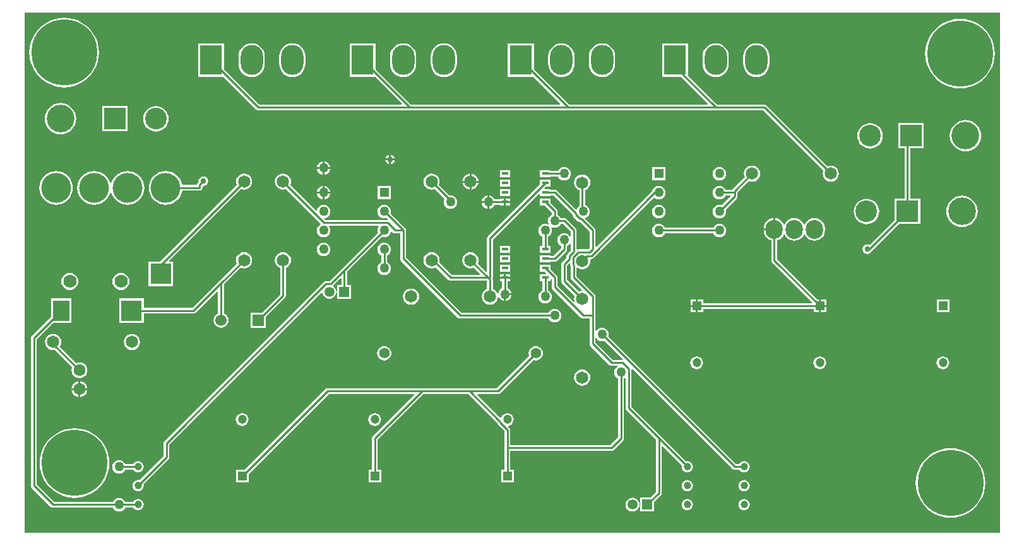
<source format=gtl>
G04 Layer_Physical_Order=1*
G04 Layer_Color=255*
%FSLAX25Y25*%
%MOIN*%
G70*
G01*
G75*
%ADD10R,0.03543X0.01772*%
%ADD11C,0.03000*%
%ADD12R,0.11024X0.11024*%
%ADD13R,0.08661X0.11000*%
%ADD14C,0.01000*%
%ADD15C,0.05512*%
%ADD16C,0.05000*%
%ADD17R,0.05000X0.05000*%
%ADD18C,0.03937*%
%ADD19C,0.06299*%
%ADD20C,0.06496*%
%ADD21C,0.04724*%
%ADD22R,0.04724X0.04724*%
%ADD23C,0.05906*%
%ADD24R,0.05906X0.05906*%
%ADD25R,0.05315X0.05315*%
%ADD26C,0.05315*%
%ADD27C,0.07000*%
%ADD28C,0.34724*%
%ADD29R,0.11811X0.15748*%
%ADD30O,0.11811X0.15748*%
%ADD31C,0.11417*%
%ADD32R,0.11417X0.11417*%
%ADD33C,0.14567*%
%ADD34C,0.15748*%
%ADD35O,0.09055X0.10000*%
G36*
X615000Y225000D02*
X100000D01*
Y500000D01*
X615000D01*
Y225000D01*
D02*
G37*
%LPC*%
G36*
X353240Y361886D02*
X350969D01*
Y360500D01*
X353240D01*
Y361886D01*
D02*
G37*
G36*
X151000Y362539D02*
X149825Y362384D01*
X148731Y361931D01*
X147791Y361209D01*
X147069Y360269D01*
X146616Y359175D01*
X146461Y358000D01*
X146616Y356825D01*
X147069Y355731D01*
X147791Y354791D01*
X148731Y354069D01*
X149825Y353616D01*
X151000Y353461D01*
X152175Y353616D01*
X153269Y354069D01*
X154209Y354791D01*
X154931Y355731D01*
X155384Y356825D01*
X155539Y358000D01*
X155384Y359175D01*
X154931Y360269D01*
X154209Y361209D01*
X153269Y361931D01*
X152175Y362384D01*
X151000Y362539D01*
D02*
G37*
G36*
X124000D02*
X122825Y362384D01*
X121731Y361931D01*
X120791Y361209D01*
X120069Y360269D01*
X119616Y359175D01*
X119461Y358000D01*
X119616Y356825D01*
X120069Y355731D01*
X120791Y354791D01*
X121731Y354069D01*
X122825Y353616D01*
X124000Y353461D01*
X125175Y353616D01*
X126269Y354069D01*
X127209Y354791D01*
X127931Y355731D01*
X128384Y356825D01*
X128539Y358000D01*
X128384Y359175D01*
X127931Y360269D01*
X127209Y361209D01*
X126269Y361931D01*
X125175Y362384D01*
X124000Y362539D01*
D02*
G37*
G36*
X356512Y366886D02*
X350969D01*
Y363114D01*
X356512D01*
Y366886D01*
D02*
G37*
G36*
X290000Y378530D02*
X289086Y378410D01*
X288235Y378057D01*
X287504Y377496D01*
X286943Y376765D01*
X286590Y375914D01*
X286470Y375000D01*
X286590Y374086D01*
X286943Y373235D01*
X287504Y372504D01*
X288235Y371943D01*
X288471Y371845D01*
Y368155D01*
X288235Y368057D01*
X287504Y367496D01*
X286943Y366765D01*
X286590Y365914D01*
X286470Y365000D01*
X286590Y364086D01*
X286943Y363235D01*
X287504Y362504D01*
X288235Y361943D01*
X289086Y361590D01*
X290000Y361470D01*
X290914Y361590D01*
X291765Y361943D01*
X292496Y362504D01*
X293057Y363235D01*
X293410Y364086D01*
X293530Y365000D01*
X293410Y365914D01*
X293057Y366765D01*
X292496Y367496D01*
X291765Y368057D01*
X291529Y368155D01*
Y371845D01*
X291765Y371943D01*
X292496Y372504D01*
X293057Y373235D01*
X293410Y374086D01*
X293530Y375000D01*
X293410Y375914D01*
X293057Y376765D01*
X292496Y377496D01*
X291765Y378057D01*
X290914Y378410D01*
X290000Y378530D01*
D02*
G37*
G36*
X356512Y361886D02*
X354240D01*
Y360500D01*
X356512D01*
Y361886D01*
D02*
G37*
G36*
X454500Y348362D02*
X451638D01*
Y345500D01*
X454500D01*
Y348362D01*
D02*
G37*
G36*
X588362D02*
X581638D01*
Y341638D01*
X588362D01*
Y348362D01*
D02*
G37*
G36*
X523362Y344500D02*
X520500D01*
Y341638D01*
X523362D01*
Y344500D01*
D02*
G37*
G36*
X357205Y350760D02*
X354240D01*
Y347796D01*
X354654Y347850D01*
X355505Y348203D01*
X356236Y348764D01*
X356797Y349495D01*
X357150Y350346D01*
X357205Y350760D01*
D02*
G37*
G36*
X304232Y354285D02*
X303123Y354139D01*
X302090Y353711D01*
X301203Y353030D01*
X300522Y352142D01*
X300094Y351109D01*
X299948Y350000D01*
X300094Y348891D01*
X300522Y347858D01*
X301203Y346970D01*
X302090Y346289D01*
X303123Y345861D01*
X304232Y345715D01*
X305341Y345861D01*
X306375Y346289D01*
X307262Y346970D01*
X307943Y347858D01*
X308371Y348891D01*
X308517Y350000D01*
X308371Y351109D01*
X307943Y352142D01*
X307262Y353030D01*
X306375Y353711D01*
X305341Y354139D01*
X304232Y354285D01*
D02*
G37*
G36*
X523362Y348362D02*
X520500D01*
Y345500D01*
X523362D01*
Y348362D01*
D02*
G37*
G36*
X517130Y391548D02*
X515687Y391358D01*
X514342Y390801D01*
X513188Y389915D01*
X512302Y388760D01*
X512065Y388189D01*
X511565D01*
X511328Y388760D01*
X510442Y389915D01*
X509288Y390801D01*
X507943Y391358D01*
X506500Y391548D01*
X505057Y391358D01*
X503712Y390801D01*
X502558Y389915D01*
X501672Y388760D01*
X501435Y388189D01*
X500935D01*
X500698Y388760D01*
X499812Y389915D01*
X498658Y390801D01*
X497313Y391358D01*
X496370Y391482D01*
Y385500D01*
X495870D01*
Y385000D01*
X490298D01*
X490485Y383585D01*
X491042Y382240D01*
X491928Y381085D01*
X493082Y380199D01*
X494341Y379678D01*
Y369130D01*
X494457Y368545D01*
X494789Y368049D01*
X515846Y346991D01*
X515654Y346529D01*
X458362D01*
Y348362D01*
X455500D01*
Y345000D01*
Y341638D01*
X458362D01*
Y343471D01*
X516638D01*
Y341638D01*
X519500D01*
Y345000D01*
Y348362D01*
X518801D01*
X497400Y369763D01*
Y379678D01*
X498658Y380199D01*
X499812Y381085D01*
X500698Y382240D01*
X500935Y382811D01*
X501435D01*
X501672Y382240D01*
X502558Y381085D01*
X503712Y380199D01*
X505057Y379642D01*
X506500Y379452D01*
X507943Y379642D01*
X509288Y380199D01*
X510442Y381085D01*
X511328Y382240D01*
X511565Y382811D01*
X512065D01*
X512302Y382240D01*
X513188Y381085D01*
X514342Y380199D01*
X515687Y379642D01*
X517130Y379452D01*
X518573Y379642D01*
X519918Y380199D01*
X521072Y381085D01*
X521958Y382240D01*
X522515Y383585D01*
X522705Y385028D01*
Y385972D01*
X522515Y387415D01*
X521958Y388760D01*
X521072Y389915D01*
X519918Y390801D01*
X518573Y391358D01*
X517130Y391548D01*
D02*
G37*
G36*
X595000Y403324D02*
X593376Y403164D01*
X591815Y402690D01*
X590376Y401921D01*
X589114Y400886D01*
X588079Y399624D01*
X587310Y398185D01*
X586836Y396624D01*
X586677Y395000D01*
X586836Y393376D01*
X587310Y391815D01*
X588079Y390376D01*
X589114Y389114D01*
X590376Y388079D01*
X591815Y387310D01*
X593376Y386836D01*
X595000Y386677D01*
X596624Y386836D01*
X598185Y387310D01*
X599624Y388079D01*
X600886Y389114D01*
X601921Y390376D01*
X602690Y391815D01*
X603164Y393376D01*
X603324Y395000D01*
X603164Y396624D01*
X602690Y398185D01*
X601921Y399624D01*
X600886Y400886D01*
X599624Y401921D01*
X598185Y402690D01*
X596624Y403164D01*
X595000Y403324D01*
D02*
G37*
G36*
X467000Y388530D02*
X466086Y388410D01*
X465235Y388057D01*
X464504Y387496D01*
X463943Y386765D01*
X463845Y386529D01*
X438155D01*
X438057Y386765D01*
X437496Y387496D01*
X436765Y388057D01*
X435914Y388410D01*
X435000Y388530D01*
X434086Y388410D01*
X433235Y388057D01*
X432504Y387496D01*
X431943Y386765D01*
X431590Y385914D01*
X431470Y385000D01*
X431590Y384086D01*
X431943Y383235D01*
X432504Y382504D01*
X433235Y381943D01*
X434086Y381590D01*
X435000Y381470D01*
X435914Y381590D01*
X436765Y381943D01*
X437496Y382504D01*
X438057Y383235D01*
X438155Y383471D01*
X463845D01*
X463943Y383235D01*
X464504Y382504D01*
X465235Y381943D01*
X466086Y381590D01*
X467000Y381470D01*
X467914Y381590D01*
X468765Y381943D01*
X469496Y382504D01*
X470057Y383235D01*
X470410Y384086D01*
X470530Y385000D01*
X470410Y385914D01*
X470057Y386765D01*
X469496Y387496D01*
X468765Y388057D01*
X467914Y388410D01*
X467000Y388530D01*
D02*
G37*
G36*
X394500Y414552D02*
X393391Y414406D01*
X392358Y413978D01*
X391470Y413297D01*
X390789Y412410D01*
X390361Y411377D01*
X390215Y410268D01*
X390361Y409159D01*
X390789Y408125D01*
X391470Y407238D01*
X392358Y406557D01*
X392971Y406303D01*
Y397854D01*
X392504Y397496D01*
X391943Y396765D01*
X391697Y396173D01*
X391128Y396035D01*
X381081Y406081D01*
X380585Y406413D01*
X380000Y406529D01*
X377772D01*
Y406886D01*
X374702D01*
X374511Y407348D01*
X375277Y408114D01*
X377772D01*
Y411886D01*
X372228D01*
Y409391D01*
X344686Y381849D01*
X344355Y381353D01*
X344238Y380768D01*
Y363310D01*
X343776Y363119D01*
X339385Y367510D01*
X339639Y368123D01*
X339785Y369232D01*
X339639Y370341D01*
X339211Y371375D01*
X338530Y372262D01*
X337642Y372943D01*
X336609Y373371D01*
X335500Y373517D01*
X334391Y373371D01*
X333358Y372943D01*
X332470Y372262D01*
X331789Y371375D01*
X331361Y370341D01*
X331215Y369232D01*
X331361Y368123D01*
X331789Y367090D01*
X332470Y366203D01*
X333358Y365522D01*
X334391Y365094D01*
X335500Y364948D01*
X336609Y365094D01*
X337222Y365348D01*
X340578Y361991D01*
X340387Y361529D01*
X325634D01*
X319110Y368053D01*
X319139Y368123D01*
X319285Y369232D01*
X319139Y370341D01*
X318711Y371375D01*
X318030Y372262D01*
X317142Y372943D01*
X316109Y373371D01*
X315000Y373517D01*
X313891Y373371D01*
X312858Y372943D01*
X311970Y372262D01*
X311289Y371375D01*
X310861Y370341D01*
X310715Y369232D01*
X310861Y368123D01*
X311289Y367090D01*
X311970Y366203D01*
X312858Y365522D01*
X313891Y365094D01*
X315000Y364948D01*
X316109Y365094D01*
X317142Y365522D01*
X317240Y365597D01*
X323919Y358919D01*
X324415Y358587D01*
X325000Y358471D01*
X344099D01*
X344238Y358331D01*
Y353964D01*
X343625Y353711D01*
X342738Y353030D01*
X342057Y352142D01*
X341629Y351109D01*
X341483Y350000D01*
X341629Y348891D01*
X342057Y347858D01*
X342738Y346970D01*
X343625Y346289D01*
X344659Y345861D01*
X345768Y345715D01*
X346877Y345861D01*
X347910Y346289D01*
X348797Y346970D01*
X349478Y347858D01*
X349906Y348891D01*
X350024Y349780D01*
X350537Y349848D01*
X350683Y349495D01*
X351244Y348764D01*
X351975Y348203D01*
X352826Y347850D01*
X353240Y347796D01*
Y351260D01*
X353740D01*
Y351760D01*
X357205D01*
X357150Y352173D01*
X356797Y353025D01*
X356236Y353756D01*
X355505Y354317D01*
X355270Y354415D01*
Y358114D01*
X356512D01*
Y359500D01*
X353740D01*
X350969D01*
Y358114D01*
X352211D01*
Y354415D01*
X351975Y354317D01*
X351244Y353756D01*
X350683Y353025D01*
X350330Y352173D01*
X350252Y351581D01*
X349739Y351513D01*
X349478Y352142D01*
X348797Y353030D01*
X347910Y353711D01*
X347297Y353964D01*
Y358965D01*
X347194Y359482D01*
X347297Y360000D01*
Y380134D01*
X371766Y404603D01*
X372228Y404412D01*
Y403114D01*
X377772D01*
Y403471D01*
X379366D01*
X389471Y393367D01*
Y393343D01*
X389587Y392758D01*
X389919Y392262D01*
X392262Y389919D01*
X392758Y389587D01*
X393343Y389471D01*
X393367D01*
X398471Y384366D01*
Y375634D01*
X397847Y375010D01*
X392533D01*
X392029Y374909D01*
X391529Y375156D01*
Y385000D01*
X391413Y385585D01*
X391081Y386081D01*
X386081Y391081D01*
X385585Y391413D01*
X385000Y391529D01*
X383155D01*
X383057Y391765D01*
X382496Y392496D01*
X381765Y393057D01*
X381529Y393155D01*
Y395000D01*
X381413Y395585D01*
X381081Y396081D01*
X377772Y399391D01*
Y401886D01*
X372228D01*
Y398114D01*
X374723D01*
X378471Y394367D01*
Y393155D01*
X378235Y393057D01*
X377504Y392496D01*
X376943Y391765D01*
X376590Y390914D01*
X376470Y390000D01*
X376590Y389086D01*
X376798Y388585D01*
X376415Y388202D01*
X375914Y388410D01*
X375000Y388530D01*
X374086Y388410D01*
X373235Y388057D01*
X372504Y387496D01*
X371943Y386765D01*
X371590Y385914D01*
X371470Y385000D01*
X371590Y384086D01*
X371943Y383235D01*
X372504Y382504D01*
X373235Y381943D01*
X373471Y381845D01*
Y376886D01*
X372228D01*
Y373114D01*
X377772D01*
Y376886D01*
X376529D01*
Y381845D01*
X376765Y381943D01*
X377496Y382504D01*
X378057Y383235D01*
X378410Y384086D01*
X378530Y385000D01*
X378410Y385914D01*
X378202Y386415D01*
X378585Y386798D01*
X379086Y386590D01*
X380000Y386470D01*
X380914Y386590D01*
X381765Y386943D01*
X382496Y387504D01*
X383057Y388235D01*
X383155Y388471D01*
X384366D01*
X388471Y384366D01*
Y382007D01*
X387971Y381878D01*
X387496Y382496D01*
X386765Y383057D01*
X385914Y383410D01*
X385000Y383530D01*
X384086Y383410D01*
X383235Y383057D01*
X382504Y382496D01*
X381943Y381765D01*
X381590Y380914D01*
X381470Y380000D01*
X381590Y379086D01*
X381943Y378235D01*
X382504Y377504D01*
X383235Y376943D01*
X383471Y376845D01*
Y375634D01*
X379366Y371529D01*
X377772D01*
Y371886D01*
X372228D01*
Y368114D01*
X377772D01*
Y368471D01*
X380000D01*
X380585Y368587D01*
X381081Y368919D01*
X386081Y373919D01*
X386413Y374415D01*
X386529Y375000D01*
Y376845D01*
X386765Y376943D01*
X387496Y377504D01*
X387971Y378122D01*
X388471Y377993D01*
Y374409D01*
X386670Y372609D01*
X386339Y372113D01*
X386223Y371527D01*
Y370557D01*
X383919Y368253D01*
X383587Y367757D01*
X383471Y367172D01*
Y358268D01*
X383587Y357682D01*
X383919Y357186D01*
X390615Y350490D01*
X390361Y349877D01*
X390215Y348768D01*
X390361Y347659D01*
X390467Y347403D01*
X390043Y347119D01*
X381529Y355633D01*
Y360000D01*
X381413Y360585D01*
X381081Y361081D01*
X377772Y364391D01*
Y366886D01*
X372228D01*
Y363114D01*
X374723D01*
X375489Y362348D01*
X375298Y361886D01*
X372228D01*
Y358114D01*
X373471D01*
Y353155D01*
X373235Y353057D01*
X372504Y352496D01*
X371943Y351765D01*
X371590Y350914D01*
X371470Y350000D01*
X371590Y349086D01*
X371943Y348235D01*
X372504Y347504D01*
X373235Y346943D01*
X374086Y346590D01*
X375000Y346470D01*
X375914Y346590D01*
X376765Y346943D01*
X377496Y347504D01*
X378057Y348235D01*
X378410Y349086D01*
X378530Y350000D01*
X378410Y350914D01*
X378057Y351765D01*
X377496Y352496D01*
X376765Y353057D01*
X376529Y353155D01*
Y358114D01*
X377772D01*
Y359093D01*
X378272Y359340D01*
X378471Y359187D01*
Y355000D01*
X378587Y354415D01*
X378919Y353919D01*
X393919Y338919D01*
X394415Y338587D01*
X395000Y338471D01*
X398471D01*
Y325000D01*
X398587Y324415D01*
X398919Y323919D01*
X408919Y313919D01*
X409415Y313587D01*
X410000Y313471D01*
X412993D01*
X413122Y312971D01*
X412504Y312496D01*
X411943Y311765D01*
X411590Y310914D01*
X411470Y310000D01*
X411590Y309086D01*
X411943Y308235D01*
X412504Y307504D01*
X413235Y306943D01*
X413471Y306845D01*
Y275634D01*
X409367Y271529D01*
X356529D01*
Y279538D01*
X356413Y280123D01*
X356081Y280620D01*
X355481Y281220D01*
X355642Y281693D01*
X355878Y281724D01*
X356696Y282063D01*
X357398Y282602D01*
X357937Y283304D01*
X358276Y284122D01*
X358391Y285000D01*
X358276Y285878D01*
X357937Y286696D01*
X357398Y287398D01*
X356696Y287937D01*
X355878Y288276D01*
X355000Y288391D01*
X354122Y288276D01*
X353304Y287937D01*
X352602Y287398D01*
X352063Y286696D01*
X351803Y286067D01*
X351262Y285900D01*
X339154Y298009D01*
X339346Y298471D01*
X350000D01*
X350585Y298587D01*
X351081Y298919D01*
X368655Y316492D01*
X369020Y316341D01*
X370000Y316212D01*
X370981Y316341D01*
X371894Y316719D01*
X372679Y317321D01*
X373281Y318106D01*
X373659Y319020D01*
X373788Y320000D01*
X373659Y320981D01*
X373281Y321894D01*
X372679Y322679D01*
X371894Y323281D01*
X370981Y323659D01*
X370000Y323788D01*
X369020Y323659D01*
X368106Y323281D01*
X367321Y322679D01*
X366719Y321894D01*
X366341Y320981D01*
X366212Y320000D01*
X366341Y319020D01*
X366492Y318655D01*
X349366Y301529D01*
X260000D01*
X259415Y301413D01*
X258919Y301081D01*
X216199Y258362D01*
X211638D01*
Y251638D01*
X218362D01*
Y256199D01*
X260633Y298471D01*
X305654D01*
X305846Y298009D01*
X283919Y276081D01*
X283587Y275585D01*
X283471Y275000D01*
Y258362D01*
X281638D01*
Y251638D01*
X288362D01*
Y258362D01*
X286529D01*
Y274366D01*
X310633Y298471D01*
X334366D01*
X349651Y283186D01*
X349725Y282815D01*
X350056Y282319D01*
X353471Y278905D01*
Y270000D01*
Y258362D01*
X351638D01*
Y251638D01*
X358362D01*
Y258362D01*
X356529D01*
Y268471D01*
X410000D01*
X410585Y268587D01*
X411081Y268919D01*
X416081Y273919D01*
X416413Y274415D01*
X416529Y275000D01*
Y306845D01*
X416765Y306943D01*
X417022Y307140D01*
X417471Y306919D01*
Y291000D01*
X417587Y290415D01*
X417919Y289919D01*
X433471Y274366D01*
Y246696D01*
X430432Y243657D01*
X425280D01*
Y236343D01*
X432594D01*
Y241495D01*
X436081Y244982D01*
X436413Y245478D01*
X436529Y246063D01*
Y270654D01*
X436991Y270846D01*
X447103Y260735D01*
X447006Y260000D01*
X447108Y259225D01*
X447407Y258503D01*
X447883Y257883D01*
X448503Y257407D01*
X449225Y257108D01*
X450000Y257006D01*
X450775Y257108D01*
X451497Y257407D01*
X452117Y257883D01*
X452593Y258503D01*
X452892Y259225D01*
X452994Y260000D01*
X452892Y260775D01*
X452593Y261497D01*
X452117Y262117D01*
X451497Y262593D01*
X450775Y262892D01*
X450000Y262994D01*
X449265Y262897D01*
X436081Y276081D01*
X420529Y291634D01*
Y311601D01*
X420661Y311706D01*
X421004Y311833D01*
X473919Y258919D01*
X474415Y258587D01*
X475000Y258471D01*
X477432D01*
X477883Y257883D01*
X478503Y257407D01*
X479225Y257108D01*
X480000Y257006D01*
X480775Y257108D01*
X481497Y257407D01*
X482117Y257883D01*
X482593Y258503D01*
X482892Y259225D01*
X482994Y260000D01*
X482892Y260775D01*
X482593Y261497D01*
X482117Y262117D01*
X481497Y262593D01*
X480775Y262892D01*
X480000Y262994D01*
X479225Y262892D01*
X478503Y262593D01*
X477883Y262117D01*
X477432Y261529D01*
X475633D01*
X408312Y328851D01*
X408410Y329086D01*
X408530Y330000D01*
X408410Y330914D01*
X408057Y331765D01*
X407496Y332496D01*
X406765Y333057D01*
X405914Y333410D01*
X405000Y333530D01*
X404086Y333410D01*
X403235Y333057D01*
X402504Y332496D01*
X402029Y331878D01*
X401529Y332007D01*
Y340000D01*
Y350000D01*
X401413Y350585D01*
X401081Y351081D01*
X391529Y360633D01*
Y365092D01*
X391978Y365313D01*
X392358Y365022D01*
X393391Y364594D01*
X394500Y364448D01*
X395609Y364594D01*
X396642Y365022D01*
X397530Y365703D01*
X398211Y366590D01*
X398639Y367623D01*
X398785Y368732D01*
X398690Y369451D01*
X399109Y369951D01*
X399309D01*
X399894Y370067D01*
X400390Y370399D01*
X432496Y402504D01*
X432504Y402504D01*
X433235Y401943D01*
X434086Y401590D01*
X435000Y401470D01*
X435914Y401590D01*
X436765Y401943D01*
X437496Y402504D01*
X438057Y403235D01*
X438410Y404086D01*
X438530Y405000D01*
X438410Y405914D01*
X438057Y406765D01*
X437496Y407496D01*
X436765Y408057D01*
X435914Y408410D01*
X435000Y408530D01*
X434086Y408410D01*
X433235Y408057D01*
X432504Y407496D01*
X431943Y406765D01*
X431598Y405932D01*
X401991Y376326D01*
X401529Y376517D01*
Y385000D01*
X401413Y385585D01*
X401081Y386081D01*
X396035Y391128D01*
X396173Y391697D01*
X396765Y391943D01*
X397496Y392504D01*
X398057Y393235D01*
X398410Y394086D01*
X398530Y395000D01*
X398410Y395914D01*
X398057Y396765D01*
X397496Y397496D01*
X396765Y398057D01*
X396029Y398362D01*
Y406303D01*
X396642Y406557D01*
X397530Y407238D01*
X398211Y408125D01*
X398639Y409159D01*
X398785Y410268D01*
X398639Y411377D01*
X398211Y412410D01*
X397530Y413297D01*
X396642Y413978D01*
X395609Y414406D01*
X394500Y414552D01*
D02*
G37*
G36*
X435000Y398530D02*
X434086Y398410D01*
X433235Y398057D01*
X432504Y397496D01*
X431943Y396765D01*
X431590Y395914D01*
X431470Y395000D01*
X431590Y394086D01*
X431943Y393235D01*
X432504Y392504D01*
X433235Y391943D01*
X434086Y391590D01*
X435000Y391470D01*
X435914Y391590D01*
X436765Y391943D01*
X437496Y392504D01*
X438057Y393235D01*
X438410Y394086D01*
X438530Y395000D01*
X438410Y395914D01*
X438057Y396765D01*
X437496Y397496D01*
X436765Y398057D01*
X435914Y398410D01*
X435000Y398530D01*
D02*
G37*
G36*
X544606Y401741D02*
X543291Y401612D01*
X542027Y401228D01*
X540861Y400605D01*
X539840Y399767D01*
X539001Y398745D01*
X538378Y397580D01*
X537995Y396315D01*
X537865Y395000D01*
X537995Y393685D01*
X538378Y392420D01*
X539001Y391255D01*
X539840Y390233D01*
X540861Y389395D01*
X542027Y388772D01*
X543291Y388388D01*
X544606Y388259D01*
X545921Y388388D01*
X547186Y388772D01*
X548351Y389395D01*
X549373Y390233D01*
X550211Y391255D01*
X550834Y392420D01*
X551218Y393685D01*
X551347Y395000D01*
X551218Y396315D01*
X550834Y397580D01*
X550211Y398745D01*
X549373Y399767D01*
X548351Y400605D01*
X547186Y401228D01*
X545921Y401612D01*
X544606Y401741D01*
D02*
G37*
G36*
X258000Y378530D02*
X257086Y378410D01*
X256235Y378057D01*
X255504Y377496D01*
X254943Y376765D01*
X254590Y375914D01*
X254470Y375000D01*
X254590Y374086D01*
X254943Y373235D01*
X255504Y372504D01*
X256235Y371943D01*
X257086Y371590D01*
X258000Y371470D01*
X258914Y371590D01*
X259765Y371943D01*
X260496Y372504D01*
X261057Y373235D01*
X261410Y374086D01*
X261530Y375000D01*
X261410Y375914D01*
X261057Y376765D01*
X260496Y377496D01*
X259765Y378057D01*
X258914Y378410D01*
X258000Y378530D01*
D02*
G37*
G36*
X356512Y371886D02*
X350969D01*
Y368114D01*
X356512D01*
Y371886D01*
D02*
G37*
G36*
X216000Y373517D02*
X214891Y373371D01*
X213858Y372943D01*
X212970Y372262D01*
X212289Y371375D01*
X211861Y370341D01*
X211715Y369232D01*
X211861Y368123D01*
X212115Y367510D01*
X202733Y358129D01*
X188634Y344029D01*
X163012D01*
Y349012D01*
X149988D01*
Y335988D01*
X163012D01*
Y340971D01*
X189268D01*
X189853Y341087D01*
X190349Y341419D01*
X201824Y352893D01*
X202286Y352702D01*
Y341145D01*
X201821Y340953D01*
X200996Y340319D01*
X200362Y339493D01*
X199964Y338532D01*
X199828Y337500D01*
X199964Y336468D01*
X200362Y335507D01*
X200996Y334681D01*
X201821Y334047D01*
X202783Y333649D01*
X203815Y333513D01*
X204847Y333649D01*
X205808Y334047D01*
X206634Y334681D01*
X207268Y335507D01*
X207666Y336468D01*
X207802Y337500D01*
X207666Y338532D01*
X207268Y339493D01*
X206634Y340319D01*
X205808Y340953D01*
X205344Y341145D01*
Y356414D01*
X214278Y365348D01*
X214891Y365094D01*
X216000Y364948D01*
X217109Y365094D01*
X218142Y365522D01*
X219030Y366203D01*
X219711Y367090D01*
X220139Y368123D01*
X220285Y369232D01*
X220139Y370341D01*
X219711Y371375D01*
X219030Y372262D01*
X218142Y372943D01*
X217109Y373371D01*
X216000Y373517D01*
D02*
G37*
G36*
X495370Y391482D02*
X494427Y391358D01*
X493082Y390801D01*
X491928Y389915D01*
X491042Y388760D01*
X490485Y387415D01*
X490298Y386000D01*
X495370D01*
Y391482D01*
D02*
G37*
G36*
X574898Y441709D02*
X561480D01*
Y428291D01*
X564730D01*
Y401709D01*
X559551D01*
Y390454D01*
X546261Y377164D01*
X545975Y377355D01*
X545000Y377549D01*
X544025Y377355D01*
X543198Y376802D01*
X542645Y375975D01*
X542451Y375000D01*
X542645Y374025D01*
X543198Y373198D01*
X544025Y372645D01*
X545000Y372451D01*
X545975Y372645D01*
X546802Y373198D01*
X547238Y373850D01*
X547341Y373919D01*
X561714Y388291D01*
X572968D01*
Y401709D01*
X567789D01*
Y428291D01*
X574898D01*
Y441709D01*
D02*
G37*
G36*
X356512Y376886D02*
X350969D01*
Y373114D01*
X356512D01*
Y376886D01*
D02*
G37*
G36*
X454500Y344500D02*
X451638D01*
Y341638D01*
X454500D01*
Y344500D01*
D02*
G37*
G36*
X150000Y263530D02*
X149086Y263410D01*
X148235Y263057D01*
X147504Y262496D01*
X146943Y261765D01*
X146590Y260914D01*
X146470Y260000D01*
X146590Y259086D01*
X146943Y258235D01*
X147504Y257504D01*
X148235Y256943D01*
X149086Y256590D01*
X150000Y256470D01*
X150914Y256590D01*
X151765Y256943D01*
X152496Y257504D01*
X153057Y258235D01*
X153155Y258471D01*
X157432D01*
X157883Y257883D01*
X158503Y257407D01*
X159225Y257108D01*
X160000Y257006D01*
X160775Y257108D01*
X161497Y257407D01*
X162117Y257883D01*
X162593Y258503D01*
X162892Y259225D01*
X162994Y260000D01*
X162892Y260775D01*
X162593Y261497D01*
X162117Y262117D01*
X161497Y262593D01*
X160775Y262892D01*
X160000Y262994D01*
X159225Y262892D01*
X158503Y262593D01*
X157883Y262117D01*
X157432Y261529D01*
X153155D01*
X153057Y261765D01*
X152496Y262496D01*
X151765Y263057D01*
X150914Y263410D01*
X150000Y263530D01*
D02*
G37*
G36*
X480000Y252994D02*
X479225Y252892D01*
X478503Y252593D01*
X477883Y252117D01*
X477407Y251497D01*
X477108Y250775D01*
X477006Y250000D01*
X477108Y249225D01*
X477407Y248503D01*
X477883Y247883D01*
X478503Y247407D01*
X479225Y247108D01*
X480000Y247006D01*
X480775Y247108D01*
X481497Y247407D01*
X482117Y247883D01*
X482593Y248503D01*
X482892Y249225D01*
X482994Y250000D01*
X482892Y250775D01*
X482593Y251497D01*
X482117Y252117D01*
X481497Y252593D01*
X480775Y252892D01*
X480000Y252994D01*
D02*
G37*
G36*
X450000D02*
X449225Y252892D01*
X448503Y252593D01*
X447883Y252117D01*
X447407Y251497D01*
X447108Y250775D01*
X447006Y250000D01*
X447108Y249225D01*
X447407Y248503D01*
X447883Y247883D01*
X448503Y247407D01*
X449225Y247108D01*
X450000Y247006D01*
X450775Y247108D01*
X451497Y247407D01*
X452117Y247883D01*
X452593Y248503D01*
X452892Y249225D01*
X452994Y250000D01*
X452892Y250775D01*
X452593Y251497D01*
X452117Y252117D01*
X451497Y252593D01*
X450775Y252892D01*
X450000Y252994D01*
D02*
G37*
G36*
X128500Y300500D02*
X124880D01*
X124957Y299917D01*
X125375Y298907D01*
X126040Y298041D01*
X126907Y297375D01*
X127917Y296957D01*
X128500Y296880D01*
Y300500D01*
D02*
G37*
G36*
X285000Y288391D02*
X284122Y288276D01*
X283304Y287937D01*
X282602Y287398D01*
X282063Y286696D01*
X281724Y285878D01*
X281609Y285000D01*
X281724Y284122D01*
X282063Y283304D01*
X282602Y282602D01*
X283304Y282063D01*
X284122Y281724D01*
X285000Y281609D01*
X285878Y281724D01*
X286696Y282063D01*
X287398Y282602D01*
X287937Y283304D01*
X288276Y284122D01*
X288391Y285000D01*
X288276Y285878D01*
X287937Y286696D01*
X287398Y287398D01*
X286696Y287937D01*
X285878Y288276D01*
X285000Y288391D01*
D02*
G37*
G36*
X215000D02*
X214122Y288276D01*
X213304Y287937D01*
X212602Y287398D01*
X212063Y286696D01*
X211724Y285878D01*
X211609Y285000D01*
X211724Y284122D01*
X212063Y283304D01*
X212602Y282602D01*
X213304Y282063D01*
X214122Y281724D01*
X215000Y281609D01*
X215878Y281724D01*
X216696Y282063D01*
X217398Y282602D01*
X217937Y283304D01*
X218276Y284122D01*
X218391Y285000D01*
X218276Y285878D01*
X217937Y286696D01*
X217398Y287398D01*
X216696Y287937D01*
X215878Y288276D01*
X215000Y288391D01*
D02*
G37*
G36*
X124831Y349000D02*
X114169D01*
Y339332D01*
X103919Y329081D01*
X103587Y328585D01*
X103471Y328000D01*
Y250000D01*
X103587Y249415D01*
X103919Y248919D01*
X113919Y238919D01*
X114415Y238587D01*
X115000Y238471D01*
X146845D01*
X146943Y238235D01*
X147504Y237504D01*
X148235Y236943D01*
X149086Y236590D01*
X150000Y236470D01*
X150914Y236590D01*
X151765Y236943D01*
X152496Y237504D01*
X153057Y238235D01*
X153155Y238471D01*
X157432D01*
X157883Y237883D01*
X158503Y237407D01*
X159225Y237108D01*
X160000Y237006D01*
X160775Y237108D01*
X161497Y237407D01*
X162117Y237883D01*
X162593Y238503D01*
X162892Y239225D01*
X162994Y240000D01*
X162892Y240775D01*
X162593Y241497D01*
X162117Y242117D01*
X161497Y242593D01*
X160775Y242892D01*
X160000Y242994D01*
X159225Y242892D01*
X158503Y242593D01*
X157883Y242117D01*
X157432Y241529D01*
X153155D01*
X153057Y241765D01*
X152496Y242496D01*
X151765Y243057D01*
X150914Y243410D01*
X150000Y243530D01*
X149086Y243410D01*
X148235Y243057D01*
X147504Y242496D01*
X146943Y241765D01*
X146845Y241529D01*
X115633D01*
X106529Y250634D01*
Y327366D01*
X115163Y336000D01*
X124831D01*
Y349000D01*
D02*
G37*
G36*
X421063Y243689D02*
X420108Y243563D01*
X419218Y243195D01*
X418454Y242609D01*
X417868Y241845D01*
X417500Y240955D01*
X417374Y240000D01*
X417500Y239045D01*
X417868Y238156D01*
X418454Y237391D01*
X419218Y236805D01*
X420108Y236437D01*
X421063Y236311D01*
X422018Y236437D01*
X422907Y236805D01*
X423672Y237391D01*
X424258Y238156D01*
X424626Y239045D01*
X424752Y240000D01*
X424626Y240955D01*
X424258Y241845D01*
X423672Y242609D01*
X422907Y243195D01*
X422018Y243563D01*
X421063Y243689D01*
D02*
G37*
G36*
X589000Y269902D02*
X586598Y269744D01*
X584237Y269275D01*
X581958Y268501D01*
X579799Y267436D01*
X577798Y266099D01*
X575988Y264512D01*
X574401Y262702D01*
X573064Y260701D01*
X571999Y258542D01*
X571225Y256263D01*
X570756Y253902D01*
X570598Y251500D01*
X570756Y249098D01*
X571225Y246737D01*
X571999Y244458D01*
X573064Y242299D01*
X574401Y240298D01*
X575988Y238488D01*
X577798Y236901D01*
X579799Y235564D01*
X581958Y234499D01*
X584237Y233725D01*
X586598Y233256D01*
X589000Y233098D01*
X591402Y233256D01*
X593763Y233725D01*
X596042Y234499D01*
X598201Y235564D01*
X600202Y236901D01*
X602012Y238488D01*
X603599Y240298D01*
X604936Y242299D01*
X606001Y244458D01*
X606775Y246737D01*
X607244Y249098D01*
X607402Y251500D01*
X607244Y253902D01*
X606775Y256263D01*
X606001Y258542D01*
X604936Y260701D01*
X603599Y262702D01*
X602012Y264512D01*
X600202Y266099D01*
X598201Y267436D01*
X596042Y268501D01*
X593763Y269275D01*
X591402Y269744D01*
X589000Y269902D01*
D02*
G37*
G36*
X126500Y280402D02*
X124098Y280244D01*
X121737Y279775D01*
X119458Y279001D01*
X117299Y277936D01*
X115298Y276599D01*
X113488Y275012D01*
X111901Y273202D01*
X110564Y271201D01*
X109499Y269042D01*
X108725Y266763D01*
X108256Y264402D01*
X108098Y262000D01*
X108256Y259598D01*
X108725Y257237D01*
X109499Y254958D01*
X110564Y252799D01*
X111901Y250798D01*
X113488Y248988D01*
X115298Y247401D01*
X117299Y246064D01*
X119458Y244999D01*
X121737Y244225D01*
X124098Y243756D01*
X126500Y243598D01*
X128902Y243756D01*
X131263Y244225D01*
X133542Y244999D01*
X135701Y246064D01*
X137702Y247401D01*
X139512Y248988D01*
X141099Y250798D01*
X142436Y252799D01*
X143501Y254958D01*
X144275Y257237D01*
X144744Y259598D01*
X144902Y262000D01*
X144744Y264402D01*
X144275Y266763D01*
X143501Y269042D01*
X142436Y271201D01*
X141099Y273202D01*
X139512Y275012D01*
X137702Y276599D01*
X135701Y277936D01*
X133542Y279001D01*
X131263Y279775D01*
X128902Y280244D01*
X126500Y280402D01*
D02*
G37*
G36*
X480000Y242994D02*
X479225Y242892D01*
X478503Y242593D01*
X477883Y242117D01*
X477407Y241497D01*
X477108Y240775D01*
X477006Y240000D01*
X477108Y239225D01*
X477407Y238503D01*
X477883Y237883D01*
X478503Y237407D01*
X479225Y237108D01*
X480000Y237006D01*
X480775Y237108D01*
X481497Y237407D01*
X482117Y237883D01*
X482593Y238503D01*
X482892Y239225D01*
X482994Y240000D01*
X482892Y240775D01*
X482593Y241497D01*
X482117Y242117D01*
X481497Y242593D01*
X480775Y242892D01*
X480000Y242994D01*
D02*
G37*
G36*
X450000D02*
X449225Y242892D01*
X448503Y242593D01*
X447883Y242117D01*
X447407Y241497D01*
X447108Y240775D01*
X447006Y240000D01*
X447108Y239225D01*
X447407Y238503D01*
X447883Y237883D01*
X448503Y237407D01*
X449225Y237108D01*
X450000Y237006D01*
X450775Y237108D01*
X451497Y237407D01*
X452117Y237883D01*
X452593Y238503D01*
X452892Y239225D01*
X452994Y240000D01*
X452892Y240775D01*
X452593Y241497D01*
X452117Y242117D01*
X451497Y242593D01*
X450775Y242892D01*
X450000Y242994D01*
D02*
G37*
G36*
X290000Y323788D02*
X289019Y323659D01*
X288106Y323281D01*
X287321Y322679D01*
X286719Y321894D01*
X286341Y320981D01*
X286212Y320000D01*
X286341Y319020D01*
X286719Y318106D01*
X287321Y317321D01*
X288106Y316719D01*
X289019Y316341D01*
X290000Y316212D01*
X290981Y316341D01*
X291894Y316719D01*
X292679Y317321D01*
X293281Y318106D01*
X293659Y319020D01*
X293788Y320000D01*
X293659Y320981D01*
X293281Y321894D01*
X292679Y322679D01*
X291894Y323281D01*
X290981Y323659D01*
X290000Y323788D01*
D02*
G37*
G36*
X585000Y318391D02*
X584122Y318276D01*
X583304Y317937D01*
X582602Y317398D01*
X582063Y316696D01*
X581724Y315878D01*
X581609Y315000D01*
X581724Y314122D01*
X582063Y313304D01*
X582602Y312602D01*
X583304Y312063D01*
X584122Y311724D01*
X585000Y311609D01*
X585878Y311724D01*
X586696Y312063D01*
X587398Y312602D01*
X587937Y313304D01*
X588276Y314122D01*
X588391Y315000D01*
X588276Y315878D01*
X587937Y316696D01*
X587398Y317398D01*
X586696Y317937D01*
X585878Y318276D01*
X585000Y318391D01*
D02*
G37*
G36*
X520000D02*
X519122Y318276D01*
X518304Y317937D01*
X517602Y317398D01*
X517063Y316696D01*
X516724Y315878D01*
X516609Y315000D01*
X516724Y314122D01*
X517063Y313304D01*
X517602Y312602D01*
X518304Y312063D01*
X519122Y311724D01*
X520000Y311609D01*
X520878Y311724D01*
X521696Y312063D01*
X522398Y312602D01*
X522937Y313304D01*
X523276Y314122D01*
X523391Y315000D01*
X523276Y315878D01*
X522937Y316696D01*
X522398Y317398D01*
X521696Y317937D01*
X520878Y318276D01*
X520000Y318391D01*
D02*
G37*
G36*
X236500Y415052D02*
X235391Y414906D01*
X234358Y414478D01*
X233470Y413797D01*
X232789Y412910D01*
X232361Y411877D01*
X232215Y410768D01*
X232361Y409659D01*
X232789Y408625D01*
X233470Y407738D01*
X234358Y407057D01*
X235391Y406629D01*
X236500Y406483D01*
X237609Y406629D01*
X238222Y406883D01*
X256491Y388614D01*
X256394Y388123D01*
X256235Y388057D01*
X255504Y387496D01*
X254943Y386765D01*
X254590Y385914D01*
X254470Y385000D01*
X254590Y384086D01*
X254943Y383235D01*
X255504Y382504D01*
X256235Y381943D01*
X257086Y381590D01*
X258000Y381470D01*
X258914Y381590D01*
X259765Y381943D01*
X260496Y382504D01*
X261057Y383235D01*
X261410Y384086D01*
X261530Y385000D01*
X261410Y385914D01*
X261057Y386765D01*
X260860Y387022D01*
X261081Y387471D01*
X286919D01*
X287140Y387022D01*
X286943Y386765D01*
X286590Y385914D01*
X286470Y385000D01*
X286590Y384086D01*
X286688Y383851D01*
X267793Y364955D01*
X261024Y358187D01*
X259278D01*
X258693Y358070D01*
X258196Y357739D01*
X173919Y273461D01*
X173587Y272965D01*
X173471Y272380D01*
Y265634D01*
X160734Y252897D01*
X160000Y252994D01*
X159225Y252892D01*
X158503Y252593D01*
X157883Y252117D01*
X157407Y251497D01*
X157108Y250775D01*
X157006Y250000D01*
X157108Y249225D01*
X157407Y248503D01*
X157883Y247883D01*
X158503Y247407D01*
X159225Y247108D01*
X160000Y247006D01*
X160775Y247108D01*
X161497Y247407D01*
X162117Y247883D01*
X162593Y248503D01*
X162892Y249225D01*
X162994Y250000D01*
X162897Y250734D01*
X176081Y263919D01*
X176413Y264415D01*
X176529Y265000D01*
Y271746D01*
X256862Y352079D01*
X257390Y351900D01*
X257437Y351545D01*
X257805Y350656D01*
X258391Y349891D01*
X259156Y349305D01*
X260045Y348937D01*
X261000Y348811D01*
X261955Y348937D01*
X262844Y349305D01*
X263609Y349891D01*
X264195Y350656D01*
X264563Y351545D01*
X264689Y352500D01*
X264563Y353455D01*
X264195Y354345D01*
X263609Y355109D01*
X263153Y355458D01*
X263120Y355957D01*
X266883Y359720D01*
X267345Y359528D01*
Y356157D01*
X265216D01*
Y348843D01*
X272532D01*
Y356157D01*
X270403D01*
Y363241D01*
X288851Y381688D01*
X289086Y381590D01*
X290000Y381470D01*
X290914Y381590D01*
X291765Y381943D01*
X292496Y382504D01*
X293057Y383235D01*
X293410Y384086D01*
X293452Y384408D01*
X293926Y384568D01*
X294575Y383919D01*
X295072Y383587D01*
X295657Y383471D01*
X298471D01*
Y370000D01*
X298587Y369415D01*
X298919Y368919D01*
X328919Y338919D01*
X329415Y338587D01*
X330000Y338471D01*
X376845D01*
X376943Y338235D01*
X377504Y337504D01*
X378235Y336943D01*
X379086Y336590D01*
X380000Y336470D01*
X380914Y336590D01*
X381765Y336943D01*
X382496Y337504D01*
X383057Y338235D01*
X383410Y339086D01*
X383530Y340000D01*
X383410Y340914D01*
X383057Y341765D01*
X382496Y342496D01*
X381765Y343057D01*
X380914Y343410D01*
X380000Y343530D01*
X379086Y343410D01*
X378235Y343057D01*
X377504Y342496D01*
X376943Y341765D01*
X376845Y341529D01*
X330633D01*
X301529Y370634D01*
Y385000D01*
X301413Y385585D01*
X301081Y386081D01*
X293312Y393851D01*
X293410Y394086D01*
X293530Y395000D01*
X293410Y395914D01*
X293057Y396765D01*
X292496Y397496D01*
X291765Y398057D01*
X290914Y398410D01*
X290000Y398530D01*
X289086Y398410D01*
X288235Y398057D01*
X287504Y397496D01*
X286943Y396765D01*
X286590Y395914D01*
X286470Y395000D01*
X286590Y394086D01*
X286943Y393235D01*
X287504Y392504D01*
X288235Y391943D01*
X289086Y391590D01*
X290000Y391470D01*
X290914Y391590D01*
X291149Y391688D01*
X291833Y391004D01*
X291706Y390661D01*
X291601Y390529D01*
X258901D01*
X258411Y391020D01*
X258590Y391547D01*
X258914Y391590D01*
X259765Y391943D01*
X260496Y392504D01*
X261057Y393235D01*
X261410Y394086D01*
X261530Y395000D01*
X261410Y395914D01*
X261057Y396765D01*
X260496Y397496D01*
X259765Y398057D01*
X258914Y398410D01*
X258000Y398530D01*
X257086Y398410D01*
X256235Y398057D01*
X255504Y397496D01*
X254943Y396765D01*
X254590Y395914D01*
X254548Y395590D01*
X254020Y395411D01*
X240385Y409046D01*
X240639Y409659D01*
X240785Y410768D01*
X240639Y411877D01*
X240211Y412910D01*
X239530Y413797D01*
X238642Y414478D01*
X237609Y414906D01*
X236500Y415052D01*
D02*
G37*
G36*
Y373517D02*
X235391Y373371D01*
X234358Y372943D01*
X233470Y372262D01*
X232789Y371375D01*
X232361Y370341D01*
X232215Y369232D01*
X232361Y368123D01*
X232789Y367090D01*
X233470Y366203D01*
X234358Y365522D01*
X234971Y365268D01*
Y351133D01*
X225290Y341453D01*
X219547D01*
Y333547D01*
X227453D01*
Y339290D01*
X237581Y349419D01*
X237913Y349915D01*
X238029Y350500D01*
Y365268D01*
X238642Y365522D01*
X239530Y366203D01*
X240211Y367090D01*
X240639Y368123D01*
X240785Y369232D01*
X240639Y370341D01*
X240211Y371375D01*
X239530Y372262D01*
X238642Y372943D01*
X237609Y373371D01*
X236500Y373517D01*
D02*
G37*
G36*
X156768Y330285D02*
X155659Y330139D01*
X154625Y329711D01*
X153738Y329030D01*
X153057Y328142D01*
X152629Y327109D01*
X152483Y326000D01*
X152629Y324891D01*
X153057Y323858D01*
X153738Y322970D01*
X154625Y322289D01*
X155659Y321861D01*
X156768Y321715D01*
X157877Y321861D01*
X158910Y322289D01*
X159797Y322970D01*
X160478Y323858D01*
X160906Y324891D01*
X161052Y326000D01*
X160906Y327109D01*
X160478Y328142D01*
X159797Y329030D01*
X158910Y329711D01*
X157877Y330139D01*
X156768Y330285D01*
D02*
G37*
G36*
X129500Y305120D02*
Y301500D01*
X133120D01*
X133043Y302083D01*
X132625Y303093D01*
X131959Y303959D01*
X131093Y304625D01*
X130083Y305043D01*
X129500Y305120D01*
D02*
G37*
G36*
X128500D02*
X127917Y305043D01*
X126907Y304625D01*
X126040Y303959D01*
X125375Y303093D01*
X124957Y302083D01*
X124880Y301500D01*
X128500D01*
Y305120D01*
D02*
G37*
G36*
X133120Y300500D02*
X129500D01*
Y296880D01*
X130083Y296957D01*
X131093Y297375D01*
X131959Y298041D01*
X132625Y298907D01*
X133043Y299917D01*
X133120Y300500D01*
D02*
G37*
G36*
X455000Y318391D02*
X454122Y318276D01*
X453304Y317937D01*
X452602Y317398D01*
X452063Y316696D01*
X451724Y315878D01*
X451609Y315000D01*
X451724Y314122D01*
X452063Y313304D01*
X452602Y312602D01*
X453304Y312063D01*
X454122Y311724D01*
X455000Y311609D01*
X455878Y311724D01*
X456696Y312063D01*
X457398Y312602D01*
X457937Y313304D01*
X458276Y314122D01*
X458391Y315000D01*
X458276Y315878D01*
X457937Y316696D01*
X457398Y317398D01*
X456696Y317937D01*
X455878Y318276D01*
X455000Y318391D01*
D02*
G37*
G36*
X115232Y330285D02*
X114123Y330139D01*
X113090Y329711D01*
X112203Y329030D01*
X111522Y328142D01*
X111094Y327109D01*
X110948Y326000D01*
X111094Y324891D01*
X111522Y323858D01*
X112203Y322970D01*
X113090Y322289D01*
X114123Y321861D01*
X115232Y321715D01*
X116018Y321819D01*
X125190Y312647D01*
X124957Y312083D01*
X124815Y311000D01*
X124957Y309917D01*
X125375Y308907D01*
X126040Y308040D01*
X126907Y307375D01*
X127917Y306957D01*
X129000Y306815D01*
X130083Y306957D01*
X131093Y307375D01*
X131959Y308040D01*
X132625Y308907D01*
X133043Y309917D01*
X133185Y311000D01*
X133043Y312083D01*
X132625Y313093D01*
X131959Y313960D01*
X131093Y314625D01*
X130083Y315043D01*
X129000Y315185D01*
X127917Y315043D01*
X127353Y314809D01*
X118666Y323497D01*
X118943Y323858D01*
X119371Y324891D01*
X119517Y326000D01*
X119371Y327109D01*
X118943Y328142D01*
X118262Y329030D01*
X117375Y329711D01*
X116341Y330139D01*
X115232Y330285D01*
D02*
G37*
G36*
X394500Y311517D02*
X393391Y311371D01*
X392358Y310943D01*
X391470Y310262D01*
X390789Y309375D01*
X390361Y308341D01*
X390215Y307232D01*
X390361Y306123D01*
X390789Y305090D01*
X391470Y304203D01*
X392358Y303522D01*
X393391Y303094D01*
X394500Y302948D01*
X395609Y303094D01*
X396642Y303522D01*
X397530Y304203D01*
X398211Y305090D01*
X398639Y306123D01*
X398785Y307232D01*
X398639Y308341D01*
X398211Y309375D01*
X397530Y310262D01*
X396642Y310943D01*
X395609Y311371D01*
X394500Y311517D01*
D02*
G37*
G36*
X293500Y424950D02*
Y423000D01*
X295449D01*
X295355Y423476D01*
X294802Y424302D01*
X293975Y424855D01*
X293500Y424950D01*
D02*
G37*
G36*
X292500D02*
X292024Y424855D01*
X291198Y424302D01*
X290645Y423476D01*
X290550Y423000D01*
X292500D01*
Y424950D01*
D02*
G37*
G36*
X295449Y422000D02*
X293500D01*
Y420050D01*
X293975Y420145D01*
X294802Y420698D01*
X295355Y421524D01*
X295449Y422000D01*
D02*
G37*
G36*
X119000Y452323D02*
X117376Y452164D01*
X115815Y451690D01*
X114376Y450921D01*
X113114Y449886D01*
X112079Y448624D01*
X111310Y447185D01*
X110836Y445624D01*
X110677Y444000D01*
X110836Y442376D01*
X111310Y440815D01*
X112079Y439376D01*
X113114Y438114D01*
X114376Y437079D01*
X115815Y436310D01*
X117376Y435836D01*
X119000Y435676D01*
X120624Y435836D01*
X122185Y436310D01*
X123624Y437079D01*
X124886Y438114D01*
X125921Y439376D01*
X126690Y440815D01*
X127164Y442376D01*
X127323Y444000D01*
X127164Y445624D01*
X126690Y447185D01*
X125921Y448624D01*
X124886Y449886D01*
X123624Y450921D01*
X122185Y451690D01*
X120624Y452164D01*
X119000Y452323D01*
D02*
G37*
G36*
X546535Y441741D02*
X545220Y441612D01*
X543956Y441228D01*
X542790Y440605D01*
X541769Y439767D01*
X540930Y438745D01*
X540307Y437580D01*
X539924Y436315D01*
X539794Y435000D01*
X539924Y433685D01*
X540307Y432420D01*
X540930Y431255D01*
X541769Y430233D01*
X542790Y429395D01*
X543956Y428772D01*
X545220Y428388D01*
X546535Y428259D01*
X547851Y428388D01*
X549115Y428772D01*
X550281Y429395D01*
X551302Y430233D01*
X552140Y431255D01*
X552763Y432420D01*
X553147Y433685D01*
X553276Y435000D01*
X553147Y436315D01*
X552763Y437580D01*
X552140Y438745D01*
X551302Y439767D01*
X550281Y440605D01*
X549115Y441228D01*
X547851Y441612D01*
X546535Y441741D01*
D02*
G37*
G36*
X596929Y443324D02*
X595305Y443164D01*
X593744Y442690D01*
X592305Y441921D01*
X591044Y440886D01*
X590008Y439624D01*
X589239Y438185D01*
X588765Y436624D01*
X588606Y435000D01*
X588765Y433376D01*
X589239Y431815D01*
X590008Y430376D01*
X591044Y429114D01*
X592305Y428079D01*
X593744Y427310D01*
X595305Y426836D01*
X596929Y426677D01*
X598553Y426836D01*
X600114Y427310D01*
X601553Y428079D01*
X602815Y429114D01*
X603850Y430376D01*
X604619Y431815D01*
X605093Y433376D01*
X605253Y435000D01*
X605093Y436624D01*
X604619Y438185D01*
X603850Y439624D01*
X602815Y440886D01*
X601553Y441921D01*
X600114Y442690D01*
X598553Y443164D01*
X596929Y443324D01*
D02*
G37*
G36*
X385000Y418530D02*
X384086Y418410D01*
X383235Y418057D01*
X382504Y417496D01*
X381943Y416765D01*
X381845Y416529D01*
X377772D01*
Y416886D01*
X372228D01*
Y413114D01*
X377772D01*
Y413471D01*
X381845D01*
X381943Y413235D01*
X382504Y412504D01*
X383235Y411943D01*
X384086Y411590D01*
X385000Y411470D01*
X385914Y411590D01*
X386765Y411943D01*
X387496Y412504D01*
X388057Y413235D01*
X388410Y414086D01*
X388530Y415000D01*
X388410Y415914D01*
X388057Y416765D01*
X387496Y417496D01*
X386765Y418057D01*
X385914Y418410D01*
X385000Y418530D01*
D02*
G37*
G36*
X261464Y417500D02*
X258500D01*
Y414536D01*
X258914Y414590D01*
X259765Y414943D01*
X260496Y415504D01*
X261057Y416235D01*
X261410Y417086D01*
X261464Y417500D01*
D02*
G37*
G36*
X257500D02*
X254536D01*
X254590Y417086D01*
X254943Y416235D01*
X255504Y415504D01*
X256235Y414943D01*
X257086Y414590D01*
X257500Y414536D01*
Y417500D01*
D02*
G37*
G36*
X292500Y422000D02*
X290550D01*
X290645Y421524D01*
X291198Y420698D01*
X292024Y420145D01*
X292500Y420050D01*
Y422000D01*
D02*
G37*
G36*
X258500Y421464D02*
Y418500D01*
X261464D01*
X261410Y418914D01*
X261057Y419765D01*
X260496Y420496D01*
X259765Y421057D01*
X258914Y421410D01*
X258500Y421464D01*
D02*
G37*
G36*
X257500D02*
X257086Y421410D01*
X256235Y421057D01*
X255504Y420496D01*
X254943Y419765D01*
X254590Y418914D01*
X254536Y418500D01*
X257500D01*
Y421464D01*
D02*
G37*
G36*
X169394Y450741D02*
X168079Y450612D01*
X166814Y450228D01*
X165649Y449605D01*
X164627Y448767D01*
X163789Y447745D01*
X163166Y446580D01*
X162782Y445315D01*
X162653Y444000D01*
X162782Y442685D01*
X163166Y441420D01*
X163789Y440255D01*
X164627Y439233D01*
X165649Y438395D01*
X166814Y437772D01*
X168079Y437388D01*
X169394Y437259D01*
X170709Y437388D01*
X171974Y437772D01*
X173139Y438395D01*
X174161Y439233D01*
X174999Y440255D01*
X175622Y441420D01*
X176005Y442685D01*
X176135Y444000D01*
X176005Y445315D01*
X175622Y446580D01*
X174999Y447745D01*
X174161Y448767D01*
X173139Y449605D01*
X171974Y450228D01*
X170709Y450612D01*
X169394Y450741D01*
D02*
G37*
G36*
X383543Y483907D02*
X382190Y483774D01*
X380888Y483379D01*
X379688Y482738D01*
X378637Y481875D01*
X377774Y480824D01*
X377133Y479624D01*
X376738Y478322D01*
X376604Y476968D01*
Y473032D01*
X376738Y471678D01*
X377133Y470376D01*
X377774Y469176D01*
X378637Y468125D01*
X379688Y467262D01*
X380888Y466621D01*
X382190Y466226D01*
X383543Y466093D01*
X384897Y466226D01*
X386199Y466621D01*
X387398Y467262D01*
X388450Y468125D01*
X389313Y469176D01*
X389954Y470376D01*
X390349Y471678D01*
X390482Y473032D01*
Y476968D01*
X390349Y478322D01*
X389954Y479624D01*
X389313Y480824D01*
X388450Y481875D01*
X387398Y482738D01*
X386199Y483379D01*
X384897Y483774D01*
X383543Y483907D01*
D02*
G37*
G36*
X321457D02*
X320103Y483774D01*
X318801Y483379D01*
X317602Y482738D01*
X316550Y481875D01*
X315687Y480824D01*
X315046Y479624D01*
X314651Y478322D01*
X314518Y476968D01*
Y473032D01*
X314651Y471678D01*
X315046Y470376D01*
X315687Y469176D01*
X316550Y468125D01*
X317602Y467262D01*
X318801Y466621D01*
X320103Y466226D01*
X321457Y466093D01*
X322810Y466226D01*
X324112Y466621D01*
X325312Y467262D01*
X326363Y468125D01*
X327226Y469176D01*
X327867Y470376D01*
X328262Y471678D01*
X328396Y473032D01*
Y476968D01*
X328262Y478322D01*
X327867Y479624D01*
X327226Y480824D01*
X326363Y481875D01*
X325312Y482738D01*
X324112Y483379D01*
X322810Y483774D01*
X321457Y483907D01*
D02*
G37*
G36*
X300000D02*
X298646Y483774D01*
X297345Y483379D01*
X296145Y482738D01*
X295093Y481875D01*
X294231Y480824D01*
X293589Y479624D01*
X293194Y478322D01*
X293061Y476968D01*
Y473032D01*
X293194Y471678D01*
X293589Y470376D01*
X294231Y469176D01*
X295093Y468125D01*
X296145Y467262D01*
X297345Y466621D01*
X298646Y466226D01*
X300000Y466093D01*
X301354Y466226D01*
X302655Y466621D01*
X303855Y467262D01*
X304907Y468125D01*
X305769Y469176D01*
X306411Y470376D01*
X306806Y471678D01*
X306939Y473032D01*
Y476968D01*
X306806Y478322D01*
X306411Y479624D01*
X305769Y480824D01*
X304907Y481875D01*
X303855Y482738D01*
X302655Y483379D01*
X301354Y483774D01*
X300000Y483907D01*
D02*
G37*
G36*
X486457D02*
X485103Y483774D01*
X483801Y483379D01*
X482602Y482738D01*
X481550Y481875D01*
X480687Y480824D01*
X480046Y479624D01*
X479651Y478322D01*
X479518Y476968D01*
Y473032D01*
X479651Y471678D01*
X480046Y470376D01*
X480687Y469176D01*
X481550Y468125D01*
X482602Y467262D01*
X483801Y466621D01*
X485103Y466226D01*
X486457Y466093D01*
X487810Y466226D01*
X489112Y466621D01*
X490312Y467262D01*
X491363Y468125D01*
X492226Y469176D01*
X492867Y470376D01*
X493262Y471678D01*
X493396Y473032D01*
Y476968D01*
X493262Y478322D01*
X492867Y479624D01*
X492226Y480824D01*
X491363Y481875D01*
X490312Y482738D01*
X489112Y483379D01*
X487810Y483774D01*
X486457Y483907D01*
D02*
G37*
G36*
X465000D02*
X463646Y483774D01*
X462345Y483379D01*
X461145Y482738D01*
X460093Y481875D01*
X459231Y480824D01*
X458589Y479624D01*
X458194Y478322D01*
X458061Y476968D01*
Y473032D01*
X458194Y471678D01*
X458589Y470376D01*
X459231Y469176D01*
X460093Y468125D01*
X461145Y467262D01*
X462345Y466621D01*
X463646Y466226D01*
X465000Y466093D01*
X466354Y466226D01*
X467655Y466621D01*
X468855Y467262D01*
X469907Y468125D01*
X470770Y469176D01*
X471411Y470376D01*
X471806Y471678D01*
X471939Y473032D01*
Y476968D01*
X471806Y478322D01*
X471411Y479624D01*
X470770Y480824D01*
X469907Y481875D01*
X468855Y482738D01*
X467655Y483379D01*
X466354Y483774D01*
X465000Y483907D01*
D02*
G37*
G36*
X405000D02*
X403646Y483774D01*
X402345Y483379D01*
X401145Y482738D01*
X400093Y481875D01*
X399231Y480824D01*
X398589Y479624D01*
X398194Y478322D01*
X398061Y476968D01*
Y473032D01*
X398194Y471678D01*
X398589Y470376D01*
X399231Y469176D01*
X400093Y468125D01*
X401145Y467262D01*
X402345Y466621D01*
X403646Y466226D01*
X405000Y466093D01*
X406354Y466226D01*
X407655Y466621D01*
X408855Y467262D01*
X409907Y468125D01*
X410770Y469176D01*
X411411Y470376D01*
X411806Y471678D01*
X411939Y473032D01*
Y476968D01*
X411806Y478322D01*
X411411Y479624D01*
X410770Y480824D01*
X409907Y481875D01*
X408855Y482738D01*
X407655Y483379D01*
X406354Y483774D01*
X405000Y483907D01*
D02*
G37*
G36*
X594000Y496902D02*
X591598Y496744D01*
X589237Y496275D01*
X586958Y495501D01*
X584799Y494436D01*
X582798Y493099D01*
X580988Y491512D01*
X579401Y489702D01*
X578064Y487701D01*
X576999Y485542D01*
X576225Y483263D01*
X575756Y480902D01*
X575598Y478500D01*
X575756Y476098D01*
X576225Y473737D01*
X576999Y471458D01*
X578064Y469299D01*
X579401Y467298D01*
X580988Y465488D01*
X582798Y463901D01*
X584799Y462564D01*
X586958Y461499D01*
X589237Y460725D01*
X591598Y460256D01*
X594000Y460098D01*
X596402Y460256D01*
X598763Y460725D01*
X601042Y461499D01*
X603201Y462564D01*
X605202Y463901D01*
X607012Y465488D01*
X608599Y467298D01*
X609936Y469299D01*
X611001Y471458D01*
X611775Y473737D01*
X612244Y476098D01*
X612402Y478500D01*
X612244Y480902D01*
X611775Y483263D01*
X611001Y485542D01*
X609936Y487701D01*
X608599Y489702D01*
X607012Y491512D01*
X605202Y493099D01*
X603201Y494436D01*
X601042Y495501D01*
X598763Y496275D01*
X596402Y496744D01*
X594000Y496902D01*
D02*
G37*
G36*
X450449Y483874D02*
X436638D01*
Y466126D01*
X446711D01*
X460846Y451991D01*
X460654Y451529D01*
X387720D01*
X368992Y470257D01*
Y483874D01*
X355181D01*
Y466126D01*
X368798D01*
X382932Y451991D01*
X382741Y451529D01*
X304177D01*
X285449Y470257D01*
Y483874D01*
X271638D01*
Y466126D01*
X285254D01*
X299389Y451991D01*
X299198Y451529D01*
X224177D01*
X205449Y470257D01*
Y483874D01*
X191638D01*
Y466126D01*
X205254D01*
X222462Y448919D01*
X222958Y448587D01*
X223543Y448471D01*
X490134D01*
X521883Y416722D01*
X521629Y416109D01*
X521483Y415000D01*
X521629Y413891D01*
X522057Y412858D01*
X522738Y411970D01*
X523625Y411289D01*
X524659Y410861D01*
X525768Y410715D01*
X526877Y410861D01*
X527910Y411289D01*
X528797Y411970D01*
X529478Y412858D01*
X529906Y413891D01*
X530052Y415000D01*
X529906Y416109D01*
X529478Y417142D01*
X528797Y418030D01*
X527910Y418711D01*
X526877Y419139D01*
X525768Y419285D01*
X524659Y419139D01*
X524046Y418885D01*
X491849Y451081D01*
X491353Y451413D01*
X490768Y451529D01*
X465633D01*
X450449Y466714D01*
Y483874D01*
D02*
G37*
G36*
X154449Y450709D02*
X141032D01*
Y437291D01*
X154449D01*
Y450709D01*
D02*
G37*
G36*
X241457Y483907D02*
X240103Y483774D01*
X238801Y483379D01*
X237602Y482738D01*
X236550Y481875D01*
X235687Y480824D01*
X235046Y479624D01*
X234651Y478322D01*
X234518Y476968D01*
Y473032D01*
X234651Y471678D01*
X235046Y470376D01*
X235687Y469176D01*
X236550Y468125D01*
X237602Y467262D01*
X238801Y466621D01*
X240103Y466226D01*
X241457Y466093D01*
X242810Y466226D01*
X244112Y466621D01*
X245312Y467262D01*
X246363Y468125D01*
X247226Y469176D01*
X247867Y470376D01*
X248262Y471678D01*
X248396Y473032D01*
Y476968D01*
X248262Y478322D01*
X247867Y479624D01*
X247226Y480824D01*
X246363Y481875D01*
X245312Y482738D01*
X244112Y483379D01*
X242810Y483774D01*
X241457Y483907D01*
D02*
G37*
G36*
X220000D02*
X218646Y483774D01*
X217345Y483379D01*
X216145Y482738D01*
X215093Y481875D01*
X214230Y480824D01*
X213589Y479624D01*
X213194Y478322D01*
X213061Y476968D01*
Y473032D01*
X213194Y471678D01*
X213589Y470376D01*
X214230Y469176D01*
X215093Y468125D01*
X216145Y467262D01*
X217345Y466621D01*
X218646Y466226D01*
X220000Y466093D01*
X221354Y466226D01*
X222655Y466621D01*
X223855Y467262D01*
X224907Y468125D01*
X225769Y469176D01*
X226411Y470376D01*
X226806Y471678D01*
X226939Y473032D01*
Y476968D01*
X226806Y478322D01*
X226411Y479624D01*
X225769Y480824D01*
X224907Y481875D01*
X223855Y482738D01*
X222655Y483379D01*
X221354Y483774D01*
X220000Y483907D01*
D02*
G37*
G36*
X121000Y497402D02*
X118598Y497244D01*
X116237Y496775D01*
X113958Y496001D01*
X111799Y494936D01*
X109798Y493599D01*
X107988Y492012D01*
X106401Y490202D01*
X105064Y488201D01*
X103999Y486042D01*
X103225Y483763D01*
X102756Y481402D01*
X102598Y479000D01*
X102756Y476598D01*
X103225Y474237D01*
X103999Y471958D01*
X105064Y469799D01*
X106401Y467798D01*
X107988Y465988D01*
X109798Y464401D01*
X111799Y463064D01*
X113958Y461999D01*
X116237Y461225D01*
X118598Y460756D01*
X121000Y460598D01*
X123402Y460756D01*
X125763Y461225D01*
X128042Y461999D01*
X130201Y463064D01*
X132202Y464401D01*
X134012Y465988D01*
X135599Y467798D01*
X136936Y469799D01*
X138001Y471958D01*
X138775Y474237D01*
X139244Y476598D01*
X139402Y479000D01*
X139244Y481402D01*
X138775Y483763D01*
X138001Y486042D01*
X136936Y488201D01*
X135599Y490202D01*
X134012Y492012D01*
X132202Y493599D01*
X130201Y494936D01*
X128042Y496001D01*
X125763Y496775D01*
X123402Y497244D01*
X121000Y497402D01*
D02*
G37*
G36*
X356512Y416886D02*
X350969D01*
Y413114D01*
X356512D01*
Y416886D01*
D02*
G37*
G36*
X261464Y404500D02*
X258500D01*
Y401536D01*
X258914Y401590D01*
X259765Y401943D01*
X260496Y402504D01*
X261057Y403235D01*
X261410Y404086D01*
X261464Y404500D01*
D02*
G37*
G36*
X257500D02*
X254536D01*
X254590Y404086D01*
X254943Y403235D01*
X255504Y402504D01*
X256235Y401943D01*
X257086Y401590D01*
X257500Y401536D01*
Y404500D01*
D02*
G37*
G36*
X293500Y408500D02*
X286500D01*
Y401500D01*
X293500D01*
Y408500D01*
D02*
G37*
G36*
X258500Y408464D02*
Y405500D01*
X261464D01*
X261410Y405914D01*
X261057Y406765D01*
X260496Y407496D01*
X259765Y408057D01*
X258914Y408410D01*
X258500Y408464D01*
D02*
G37*
G36*
X257500D02*
X257086Y408410D01*
X256235Y408057D01*
X255504Y407496D01*
X254943Y406765D01*
X254590Y405914D01*
X254536Y405500D01*
X257500D01*
Y408464D01*
D02*
G37*
G36*
X356512Y406886D02*
X350969D01*
Y403114D01*
X356512D01*
Y406886D01*
D02*
G37*
G36*
Y401886D02*
X354240D01*
Y400500D01*
X356512D01*
Y401886D01*
D02*
G37*
G36*
X345500Y403464D02*
Y400000D01*
Y396536D01*
X345914Y396590D01*
X346765Y396943D01*
X347496Y397504D01*
X348057Y398235D01*
X348155Y398471D01*
X350969D01*
Y398114D01*
X353240D01*
Y400000D01*
Y401886D01*
X350969D01*
Y401529D01*
X348155D01*
X348057Y401765D01*
X347496Y402496D01*
X346765Y403057D01*
X345914Y403410D01*
X345500Y403464D01*
D02*
G37*
G36*
X344500Y399500D02*
X341536D01*
X341590Y399086D01*
X341943Y398235D01*
X342504Y397504D01*
X343235Y396943D01*
X344086Y396590D01*
X344500Y396536D01*
Y399500D01*
D02*
G37*
G36*
X315000Y415052D02*
X313891Y414906D01*
X312858Y414478D01*
X311970Y413798D01*
X311289Y412910D01*
X310861Y411877D01*
X310715Y410768D01*
X310861Y409659D01*
X311289Y408625D01*
X311970Y407738D01*
X312858Y407057D01*
X313891Y406629D01*
X315000Y406483D01*
X316109Y406629D01*
X316722Y406883D01*
X321913Y401692D01*
X321590Y400914D01*
X321470Y400000D01*
X321590Y399086D01*
X321943Y398235D01*
X322504Y397504D01*
X323235Y396943D01*
X324086Y396590D01*
X325000Y396470D01*
X325914Y396590D01*
X326765Y396943D01*
X327496Y397504D01*
X328057Y398235D01*
X328410Y399086D01*
X328530Y400000D01*
X328410Y400914D01*
X328057Y401765D01*
X327496Y402496D01*
X326765Y403057D01*
X325914Y403410D01*
X325000Y403530D01*
X324470Y403460D01*
X318885Y409046D01*
X319139Y409659D01*
X319285Y410768D01*
X319139Y411877D01*
X318711Y412910D01*
X318030Y413798D01*
X317142Y414478D01*
X316109Y414906D01*
X315000Y415052D01*
D02*
G37*
G36*
X344500Y403464D02*
X344086Y403410D01*
X343235Y403057D01*
X342504Y402496D01*
X341943Y401765D01*
X341590Y400914D01*
X341536Y400500D01*
X344500D01*
Y403464D01*
D02*
G37*
G36*
X116705Y416417D02*
X114965Y416246D01*
X113292Y415738D01*
X111751Y414914D01*
X110399Y413805D01*
X109291Y412454D01*
X108466Y410912D01*
X107959Y409240D01*
X107788Y407500D01*
X107959Y405760D01*
X108466Y404088D01*
X109291Y402546D01*
X110399Y401195D01*
X111751Y400086D01*
X113292Y399262D01*
X114965Y398754D01*
X116705Y398583D01*
X118444Y398754D01*
X120117Y399262D01*
X121659Y400086D01*
X123010Y401195D01*
X124119Y402546D01*
X124943Y404088D01*
X125450Y405760D01*
X125622Y407500D01*
X125450Y409240D01*
X124943Y410912D01*
X124119Y412454D01*
X123010Y413805D01*
X121659Y414914D01*
X120117Y415738D01*
X118444Y416246D01*
X116705Y416417D01*
D02*
G37*
G36*
X356512Y399500D02*
X354240D01*
Y398114D01*
X356512D01*
Y399500D01*
D02*
G37*
G36*
X335000Y414987D02*
X334391Y414906D01*
X333358Y414478D01*
X332470Y413798D01*
X331789Y412910D01*
X331361Y411877D01*
X331281Y411268D01*
X335000D01*
Y414987D01*
D02*
G37*
G36*
X484232Y419285D02*
X483123Y419139D01*
X482090Y418711D01*
X481203Y418030D01*
X480522Y417142D01*
X480094Y416109D01*
X479948Y415000D01*
X480094Y413891D01*
X480347Y413278D01*
X473919Y406849D01*
X473705Y406529D01*
X470155D01*
X470057Y406765D01*
X469496Y407496D01*
X468765Y408057D01*
X467914Y408410D01*
X467000Y408530D01*
X466086Y408410D01*
X465235Y408057D01*
X464504Y407496D01*
X463943Y406765D01*
X463590Y405914D01*
X463470Y405000D01*
X463590Y404086D01*
X463943Y403235D01*
X464504Y402504D01*
X465235Y401943D01*
X466086Y401590D01*
X467000Y401470D01*
X467914Y401590D01*
X468765Y401943D01*
X469496Y402504D01*
X470057Y403235D01*
X470155Y403471D01*
X472654D01*
X472846Y403009D01*
X468149Y398312D01*
X467914Y398410D01*
X467000Y398530D01*
X466086Y398410D01*
X465235Y398057D01*
X464504Y397496D01*
X463943Y396765D01*
X463590Y395914D01*
X463470Y395000D01*
X463590Y394086D01*
X463943Y393235D01*
X464504Y392504D01*
X465235Y391943D01*
X466086Y391590D01*
X467000Y391470D01*
X467914Y391590D01*
X468765Y391943D01*
X469496Y392504D01*
X470057Y393235D01*
X470410Y394086D01*
X470530Y395000D01*
X470410Y395914D01*
X470312Y396149D01*
X476081Y401919D01*
X476413Y402415D01*
X476529Y403000D01*
Y405134D01*
X482510Y411115D01*
X483123Y410861D01*
X484232Y410715D01*
X485341Y410861D01*
X486375Y411289D01*
X487262Y411970D01*
X487943Y412858D01*
X488371Y413891D01*
X488517Y415000D01*
X488371Y416109D01*
X487943Y417142D01*
X487262Y418030D01*
X486375Y418711D01*
X485341Y419139D01*
X484232Y419285D01*
D02*
G37*
G36*
X154500Y416417D02*
X152760Y416246D01*
X151088Y415738D01*
X149546Y414914D01*
X148195Y413805D01*
X147086Y412454D01*
X146262Y410912D01*
X145903Y409729D01*
X145380D01*
X145022Y410912D01*
X144198Y412454D01*
X143089Y413805D01*
X141737Y414914D01*
X140196Y415738D01*
X138523Y416246D01*
X136784Y416417D01*
X135044Y416246D01*
X133371Y415738D01*
X131830Y414914D01*
X130478Y413805D01*
X129369Y412454D01*
X128545Y410912D01*
X128038Y409240D01*
X127866Y407500D01*
X128038Y405760D01*
X128545Y404088D01*
X129369Y402546D01*
X130478Y401195D01*
X131830Y400086D01*
X133371Y399262D01*
X135044Y398754D01*
X136784Y398583D01*
X138523Y398754D01*
X140196Y399262D01*
X141737Y400086D01*
X143089Y401195D01*
X144198Y402546D01*
X145022Y404088D01*
X145380Y405271D01*
X145903D01*
X146262Y404088D01*
X147086Y402546D01*
X148195Y401195D01*
X149546Y400086D01*
X151088Y399262D01*
X152760Y398754D01*
X154500Y398583D01*
X156240Y398754D01*
X157912Y399262D01*
X159454Y400086D01*
X160805Y401195D01*
X161914Y402546D01*
X162738Y404088D01*
X163246Y405760D01*
X163417Y407500D01*
X163246Y409240D01*
X162738Y410912D01*
X161914Y412454D01*
X160805Y413805D01*
X159454Y414914D01*
X157912Y415738D01*
X156240Y416246D01*
X154500Y416417D01*
D02*
G37*
G36*
X438500Y418500D02*
X431500D01*
Y411500D01*
X438500D01*
Y418500D01*
D02*
G37*
G36*
X467000Y418530D02*
X466086Y418410D01*
X465235Y418057D01*
X464504Y417496D01*
X463943Y416765D01*
X463590Y415914D01*
X463470Y415000D01*
X463590Y414086D01*
X463943Y413235D01*
X464504Y412504D01*
X465235Y411943D01*
X466086Y411590D01*
X467000Y411470D01*
X467914Y411590D01*
X468765Y411943D01*
X469496Y412504D01*
X470057Y413235D01*
X470410Y414086D01*
X470530Y415000D01*
X470410Y415914D01*
X470057Y416765D01*
X469496Y417496D01*
X468765Y418057D01*
X467914Y418410D01*
X467000Y418530D01*
D02*
G37*
G36*
X336000Y414987D02*
Y411268D01*
X339719D01*
X339639Y411877D01*
X339211Y412910D01*
X338530Y413798D01*
X337642Y414478D01*
X336609Y414906D01*
X336000Y414987D01*
D02*
G37*
G36*
X335000Y410268D02*
X331281D01*
X331361Y409659D01*
X331789Y408625D01*
X332470Y407738D01*
X333358Y407057D01*
X334391Y406629D01*
X335000Y406549D01*
Y410268D01*
D02*
G37*
G36*
X339719D02*
X336000D01*
Y406549D01*
X336609Y406629D01*
X337642Y407057D01*
X338530Y407738D01*
X339211Y408625D01*
X339639Y409659D01*
X339719Y410268D01*
D02*
G37*
G36*
X356512Y411886D02*
X350969D01*
Y408114D01*
X356512D01*
Y411886D01*
D02*
G37*
G36*
X216000Y415052D02*
X214891Y414906D01*
X213858Y414478D01*
X212970Y413797D01*
X212289Y412910D01*
X211861Y411877D01*
X211715Y410768D01*
X211861Y409659D01*
X212115Y409046D01*
X171581Y368512D01*
X165488D01*
Y355488D01*
X178512D01*
Y368512D01*
X176560D01*
X176369Y368974D01*
X214278Y406883D01*
X214891Y406629D01*
X216000Y406483D01*
X217109Y406629D01*
X218142Y407057D01*
X219030Y407738D01*
X219711Y408625D01*
X220139Y409659D01*
X220285Y410768D01*
X220139Y411877D01*
X219711Y412910D01*
X219030Y413797D01*
X218142Y414478D01*
X217109Y414906D01*
X216000Y415052D01*
D02*
G37*
G36*
X174579Y416417D02*
X172839Y416246D01*
X171166Y415738D01*
X169625Y414914D01*
X168273Y413805D01*
X167165Y412454D01*
X166341Y410912D01*
X165833Y409240D01*
X165662Y407500D01*
X165833Y405760D01*
X166341Y404088D01*
X167165Y402546D01*
X168273Y401195D01*
X169625Y400086D01*
X171166Y399262D01*
X172839Y398754D01*
X174579Y398583D01*
X176318Y398754D01*
X177991Y399262D01*
X179533Y400086D01*
X180884Y401195D01*
X181993Y402546D01*
X182817Y404088D01*
X183324Y405760D01*
X183345Y405971D01*
X192500D01*
X193085Y406087D01*
X193581Y406419D01*
X193913Y406915D01*
X194029Y407500D01*
Y408059D01*
X194494Y408452D01*
X194500Y408451D01*
X195475Y408645D01*
X196302Y409198D01*
X196855Y410024D01*
X197049Y411000D01*
X196855Y411975D01*
X196302Y412802D01*
X195475Y413355D01*
X194500Y413549D01*
X193525Y413355D01*
X192698Y412802D01*
X192145Y411975D01*
X191951Y411000D01*
X192015Y410678D01*
X191419Y410081D01*
X191087Y409585D01*
X190976Y409029D01*
X183345D01*
X183324Y409240D01*
X182817Y410912D01*
X181993Y412454D01*
X180884Y413805D01*
X179533Y414914D01*
X177991Y415738D01*
X176318Y416246D01*
X174579Y416417D01*
D02*
G37*
%LPD*%
G36*
X388223Y367578D02*
Y366766D01*
X388339Y366180D01*
X388471Y365983D01*
Y360000D01*
X388587Y359415D01*
X388919Y358919D01*
X394306Y353531D01*
X394127Y353003D01*
X393391Y352906D01*
X392778Y352653D01*
X386529Y358901D01*
Y366538D01*
X387761Y367769D01*
X388223Y367578D01*
D02*
G37*
G36*
X402504Y327504D02*
X403235Y326943D01*
X404086Y326590D01*
X405000Y326470D01*
X405914Y326590D01*
X406149Y326688D01*
X415833Y317004D01*
X415706Y316661D01*
X415601Y316529D01*
X410634D01*
X401529Y325634D01*
Y327993D01*
X402029Y328122D01*
X402504Y327504D01*
D02*
G37*
D10*
X375000Y360000D02*
D03*
Y370000D02*
D03*
Y375000D02*
D03*
Y365000D02*
D03*
X353740Y360000D02*
D03*
Y365000D02*
D03*
Y370000D02*
D03*
Y375000D02*
D03*
X375000Y400000D02*
D03*
Y410000D02*
D03*
Y415000D02*
D03*
Y405000D02*
D03*
X353740Y400000D02*
D03*
Y405000D02*
D03*
Y410000D02*
D03*
Y415000D02*
D03*
D11*
X194500Y411000D02*
D03*
X293000Y422500D02*
D03*
X545000Y375000D02*
D03*
D12*
X156500Y342500D02*
D03*
X172000Y362000D02*
D03*
D13*
X119500Y342500D02*
D03*
D14*
X475000Y260000D02*
X480000D01*
X150000D02*
X160000D01*
X115000Y240000D02*
X150000D01*
X105000Y250000D02*
X115000Y240000D01*
X105000Y250000D02*
Y328000D01*
X119500Y342500D01*
X566260Y395000D02*
Y433071D01*
X568189Y435000D01*
X546260Y375000D02*
X566260Y395000D01*
X545000Y375000D02*
X546260D01*
X415657Y315000D02*
X419000Y311657D01*
X410000Y315000D02*
X415657D01*
X400000Y325000D02*
X410000Y315000D01*
X400000Y325000D02*
Y340000D01*
X419000Y291000D02*
Y311657D01*
Y291000D02*
X435000Y275000D01*
X415000D02*
Y310000D01*
X410000Y270000D02*
X415000Y275000D01*
X405000Y330000D02*
X475000Y260000D01*
X355000Y270000D02*
Y279538D01*
Y255000D02*
Y270000D01*
X410000D01*
X428937Y240000D02*
X435000Y246063D01*
Y275000D01*
X335000Y300000D02*
X350000D01*
X310000D02*
X335000D01*
X351138Y283862D01*
Y283400D02*
Y283862D01*
Y283400D02*
X355000Y279538D01*
X260000Y300000D02*
X310000D01*
X285000Y275000D02*
X310000Y300000D01*
X285000Y255000D02*
Y275000D01*
X215000Y255000D02*
X260000Y300000D01*
X350000D02*
X370000Y320000D01*
X192500Y409000D02*
X194500Y411000D01*
X192500Y407500D02*
Y409000D01*
X174579Y407500D02*
X192500D01*
X223543Y450000D02*
X303543D01*
X198543Y475000D02*
X223543Y450000D01*
X278543Y475000D02*
X303543Y450000D01*
X465000D02*
X490768D01*
X443543Y471457D02*
Y475000D01*
Y471457D02*
X465000Y450000D01*
X387087D02*
X465000D01*
X303543D02*
X387087D01*
X362087Y475000D02*
X387087Y450000D01*
X490768D02*
X525768Y415000D01*
X475000Y405768D02*
X484232Y415000D01*
X475000Y405000D02*
Y405768D01*
X467000Y395000D02*
X475000Y403000D01*
Y405000D01*
X467000D02*
X475000D01*
X432828D02*
X435000D01*
Y385000D02*
X467000D01*
X399309Y371480D02*
X432828Y405000D01*
X397248Y371480D02*
X399309D01*
X394500Y368732D02*
X397248Y371480D01*
X189268Y342500D02*
X203815Y357047D01*
X156500Y342500D02*
X189268D01*
X172000Y362000D02*
Y366768D01*
X216000Y410768D01*
X203815Y357047D02*
X216000Y369232D01*
X203815Y337500D02*
Y357047D01*
X223500Y337500D02*
X236500Y350500D01*
Y369232D01*
Y410768D02*
X258268Y389000D01*
X291657D01*
X295657Y385000D01*
X300000D01*
X268874Y352500D02*
Y363874D01*
X115232Y324768D02*
X129000Y311000D01*
X115232Y324768D02*
Y326000D01*
X150000Y240000D02*
X160000D01*
Y250000D02*
X175000Y265000D01*
Y272380D01*
X259278Y356658D01*
X261658D01*
X268874Y363874D01*
X290000Y385000D01*
Y395000D02*
X300000Y385000D01*
Y370000D02*
Y385000D01*
Y370000D02*
X330000Y340000D01*
X380000D01*
X315768Y369232D02*
X325000Y360000D01*
X290000Y365000D02*
Y375000D01*
X385000D02*
Y380000D01*
X380000Y370000D02*
X385000Y375000D01*
X375000Y370000D02*
X380000D01*
Y390000D02*
X385000D01*
X390000Y385000D01*
Y373775D02*
Y385000D01*
X387752Y371527D02*
X390000Y373775D01*
X387752Y369923D02*
Y371527D01*
X385000Y367172D02*
X387752Y369923D01*
X392533Y373480D02*
X398480D01*
X389752Y366766D02*
X390000Y366518D01*
X398480Y373480D02*
X400000Y375000D01*
X380000Y405000D02*
X391000Y394000D01*
Y393343D02*
Y394000D01*
Y393343D02*
X393343Y391000D01*
X394000D01*
X400000Y385000D01*
X389752Y370699D02*
X392533Y373480D01*
X389752Y366766D02*
Y370699D01*
X400000Y375000D02*
Y385000D01*
X385000Y358268D02*
Y367172D01*
X394500Y395500D02*
X395000Y395000D01*
X394500Y395500D02*
Y410268D01*
X375000Y350000D02*
Y360000D01*
X435000Y275000D02*
X450000Y260000D01*
X375000Y375000D02*
Y385000D01*
X353740Y351260D02*
Y360000D01*
X380000Y390000D02*
Y395000D01*
X315000Y410768D02*
X325000Y400768D01*
X344732Y360000D02*
X345768Y358965D01*
X335500Y369232D02*
X344732Y360000D01*
X345768D02*
Y380768D01*
X344732Y360000D02*
X345768D01*
X325000D02*
X344732D01*
X315000Y369232D02*
X315768D01*
X428937Y240000D02*
X430000D01*
X400000Y340000D02*
Y350000D01*
X395000Y340000D02*
X400000D01*
X380000Y355000D02*
X395000Y340000D01*
X380000Y355000D02*
Y360000D01*
X375000Y365000D02*
X380000Y360000D01*
X385000Y358268D02*
X394500Y348768D01*
X390000Y360000D02*
Y366518D01*
Y360000D02*
X400000Y350000D01*
X375000Y405000D02*
X380000D01*
X375000Y400000D02*
X380000Y395000D01*
X345768Y380768D02*
X375000Y410000D01*
X345000Y400000D02*
X353740D01*
X375000Y415000D02*
X385000D01*
X345768Y350000D02*
Y358965D01*
X335500Y409500D02*
Y410768D01*
X495870Y369130D02*
Y385500D01*
Y369130D02*
X520000Y345000D01*
X455000D02*
X520000D01*
D15*
X290000Y320000D02*
D03*
X370000D02*
D03*
D16*
X467000Y385000D02*
D03*
Y395000D02*
D03*
Y405000D02*
D03*
Y415000D02*
D03*
X435000Y385000D02*
D03*
Y395000D02*
D03*
Y405000D02*
D03*
X258000Y375000D02*
D03*
Y385000D02*
D03*
Y395000D02*
D03*
Y405000D02*
D03*
X290000Y375000D02*
D03*
Y385000D02*
D03*
Y395000D02*
D03*
X415000Y310000D02*
D03*
X150000Y240000D02*
D03*
Y260000D02*
D03*
X380000Y340000D02*
D03*
X405000Y330000D02*
D03*
X290000Y365000D02*
D03*
X258000Y418000D02*
D03*
X385000Y380000D02*
D03*
X395000Y395000D02*
D03*
X375000Y350000D02*
D03*
Y385000D02*
D03*
X353740Y351260D02*
D03*
X325000Y400000D02*
D03*
X380000Y390000D02*
D03*
X345000Y400000D02*
D03*
X385000Y415000D02*
D03*
D17*
X435000D02*
D03*
X290000Y405000D02*
D03*
D18*
X450000Y260000D02*
D03*
Y240000D02*
D03*
Y250000D02*
D03*
X480000Y260000D02*
D03*
Y240000D02*
D03*
Y250000D02*
D03*
X160000Y260000D02*
D03*
Y240000D02*
D03*
Y250000D02*
D03*
D19*
X129000Y301000D02*
D03*
Y311000D02*
D03*
D20*
X156768Y326000D02*
D03*
X115232D02*
D03*
X345768Y350000D02*
D03*
X304232D02*
D03*
X236500Y410768D02*
D03*
Y369232D02*
D03*
X335500Y410768D02*
D03*
Y369232D02*
D03*
X315000Y410768D02*
D03*
Y369232D02*
D03*
X394500Y410268D02*
D03*
Y368732D02*
D03*
X484232Y415000D02*
D03*
X525768D02*
D03*
X394500Y307232D02*
D03*
Y348768D02*
D03*
X216000Y410768D02*
D03*
Y369232D02*
D03*
D21*
X355000Y285000D02*
D03*
X285000D02*
D03*
X215000D02*
D03*
X585000Y315000D02*
D03*
X520000D02*
D03*
X455000D02*
D03*
D22*
X355000Y255000D02*
D03*
X285000D02*
D03*
X215000D02*
D03*
X585000Y345000D02*
D03*
X520000D02*
D03*
X455000D02*
D03*
D23*
X203815Y337500D02*
D03*
D24*
X223500D02*
D03*
D25*
X268874Y352500D02*
D03*
X428937Y240000D02*
D03*
D26*
X261000Y352500D02*
D03*
X421063Y240000D02*
D03*
D27*
X124000Y358000D02*
D03*
X151000D02*
D03*
D28*
X121000Y479000D02*
D03*
X594000Y478500D02*
D03*
X589000Y251500D02*
D03*
X126500Y262000D02*
D03*
D29*
X278543Y475000D02*
D03*
X198543D02*
D03*
X362087D02*
D03*
X443543D02*
D03*
D30*
X300000D02*
D03*
X321457D02*
D03*
X220000D02*
D03*
X241457D02*
D03*
X383543D02*
D03*
X405000D02*
D03*
X465000D02*
D03*
X486457D02*
D03*
D31*
X169394Y444000D02*
D03*
X544606Y395000D02*
D03*
X546535Y435000D02*
D03*
D32*
X147740Y444000D02*
D03*
X566260Y395000D02*
D03*
X568189Y435000D02*
D03*
D33*
X119000Y444000D02*
D03*
X595000Y395000D02*
D03*
X596929Y435000D02*
D03*
D34*
X136784Y407500D02*
D03*
X154500D02*
D03*
X116705Y407500D02*
D03*
X174579Y407500D02*
D03*
D35*
X517130Y385500D02*
D03*
X506500D02*
D03*
X495870D02*
D03*
M02*

</source>
